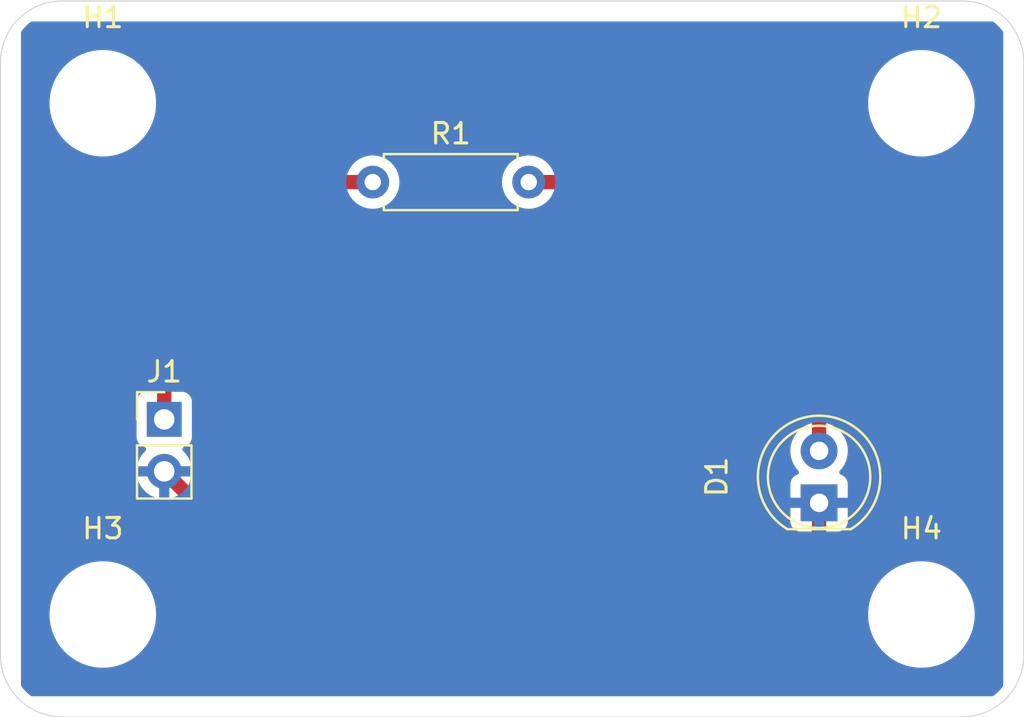
<source format=kicad_pcb>
(kicad_pcb (version 20240108) (generator "pcbnew") (generator_version "8.0")
  (layers (0 "F.Cu" signal) (31 "B.Cu" signal) (34 "B.Paste" user) (35 "F.Paste" user) (36 "B.SilkS" user "B.Silkscreen") (37 "F.SilkS" user "F.Silkscreen") (38 "B.Mask" user) (39 "F.Mask" user) (44 "Edge.Cuts" user))
  (net 0 "")
  (net 1 "Net-(D1-A)")
  (net 2 "GND")
  (net 3 "VCC")
  (footprint "MountingHole:MountingHole_3.2mm_M3" (layer "F.Cu") (at 205 116)
    (property "Reference" "H4" (at 0 -4.2 0) (layer "F.SilkS"))
    (property "Value" "MountingHole" (hide yes))
    (pad "" np_thru_hole circle (at 0 0) (size 3.2 3.2) (drill 3.2) (layers "*.Cu" "*.Mask"))
  )
  (footprint "LED_THT:LED_D5.0mm" (layer "F.Cu") (at 200 110.54 90)
    (property "Reference" "D1" (at 1.27 -5 90) (layer "F.SilkS"))
    (property "Value" "LED")
    (fp_line (start -1.29 -1.545) (end -1.29 1.545) (stroke (width 0.12)) (layer "F.SilkS"))
    (fp_arc (start -1.29 -1.54483) (mid 2.071756 -2.880501) (end 4.26 -0.000048) (stroke (width 0.12)) (layer "F.SilkS"))
    (fp_arc (start 4.26 0.000048) (mid 2.071756 2.880501) (end -1.29 1.54483) (stroke (width 0.12)) (layer "F.SilkS"))
    (fp_circle (center 1.27 0) (end 3.77 0) (stroke (width 0.12)) (fill none) (layer "F.SilkS"))
    (pad "1" thru_hole rect (at 0 0 90) (size 1.8 1.8) (drill 0.9) (layers "*.Cu" "*.Mask") (net 2 "GND"))
    (pad "2" thru_hole circle (at 2.54 0 90) (size 1.8 1.8) (drill 0.9) (layers "*.Cu" "*.Mask") (net 1 "Net-(D1-A)"))
  )
  (footprint "Resistor_THT:R_Axial_DIN0207_L6.3mm_D2.5mm_P7.62mm_Horizontal" (layer "F.Cu") (at 178.19 94.856573)
    (property "Reference" "R1" (at 3.81 -2.37 0) (layer "F.SilkS"))
    (property "Value" "150")
    (fp_line (start 0.54 -1.37) (end 7.08 -1.37) (stroke (width 0.12)) (layer "F.SilkS"))
    (fp_line (start 0.54 -1.04) (end 0.54 -1.37) (stroke (width 0.12)) (layer "F.SilkS"))
    (fp_line (start 0.54 1.04) (end 0.54 1.37) (stroke (width 0.12)) (layer "F.SilkS"))
    (fp_line (start 0.54 1.37) (end 7.08 1.37) (stroke (width 0.12)) (layer "F.SilkS"))
    (fp_line (start 7.08 -1.37) (end 7.08 -1.04) (stroke (width 0.12)) (layer "F.SilkS"))
    (fp_line (start 7.08 1.37) (end 7.08 1.04) (stroke (width 0.12)) (layer "F.SilkS"))
    (pad "1" thru_hole circle (at 0 0) (size 1.6 1.6) (drill 0.8) (layers "*.Cu" "*.Mask") (net 3 "VCC"))
    (pad "2" thru_hole oval (at 7.62 0) (size 1.6 1.6) (drill 0.8) (layers "*.Cu" "*.Mask") (net 1 "Net-(D1-A)"))
  )
  (footprint "MountingHole:MountingHole_3.2mm_M3" (layer "F.Cu") (at 205 91)
    (property "Reference" "H2" (at 0 -4.2 0) (layer "F.SilkS"))
    (property "Value" "MountingHole" (hide yes))
    (pad "" np_thru_hole circle (at 0 0) (size 3.2 3.2) (drill 3.2) (layers "*.Cu" "*.Mask"))
  )
  (footprint "MountingHole:MountingHole_3.2mm_M3" (layer "F.Cu") (at 165 91)
    (property "Reference" "H1" (at 0 -4.2 0) (layer "F.SilkS"))
    (property "Value" "MountingHole" (hide yes))
    (pad "" np_thru_hole circle (at 0 0) (size 3.2 3.2) (drill 3.2) (layers "*.Cu" "*.Mask"))
  )
  (footprint "MountingHole:MountingHole_3.2mm_M3" (layer "F.Cu") (at 165 116)
    (property "Reference" "H3" (at 0 -4.2 0) (layer "F.SilkS"))
    (property "Value" "MountingHole" (hide yes))
    (pad "" np_thru_hole circle (at 0 0) (size 3.2 3.2) (drill 3.2) (layers "*.Cu" "*.Mask"))
  )
  (footprint "Connector_PinHeader_2.54mm:PinHeader_1x02_P2.54mm_Vertical" (layer "F.Cu") (at 168 106.46)
    (property "Reference" "J1" (at 0 -2.33 0) (layer "F.SilkS"))
    (property "Value" "Conn_01x02_Pin")
    (fp_line (start -1.33 -1.33) (end 0 -1.33) (stroke (width 0.12)) (layer "F.SilkS"))
    (fp_line (start -1.33 0) (end -1.33 -1.33) (stroke (width 0.12)) (layer "F.SilkS"))
    (fp_line (start -1.33 1.27) (end -1.33 3.87) (stroke (width 0.12)) (layer "F.SilkS"))
    (fp_line (start -1.33 1.27) (end 1.33 1.27) (stroke (width 0.12)) (layer "F.SilkS"))
    (fp_line (start -1.33 3.87) (end 1.33 3.87) (stroke (width 0.12)) (layer "F.SilkS"))
    (fp_line (start 1.33 1.27) (end 1.33 3.87) (stroke (width 0.12)) (layer "F.SilkS"))
    (pad "1" thru_hole rect (at 0 0) (size 1.7 1.7) (drill 1) (layers "*.Cu" "*.Mask") (net 3 "VCC"))
    (pad "2" thru_hole oval (at 0 2.54) (size 1.7 1.7) (drill 1) (layers "*.Cu" "*.Mask") (net 2 "GND"))
  )
  (gr_line (start 207 121) (end 163 121) (stroke (width 0.05)) (layer "Edge.Cuts"))
  (gr_arc (start 207 86) (mid 209.12132 86.87868) (end 210 89) (stroke (width 0.05)) (layer "Edge.Cuts"))
  (gr_line (start 210 89) (end 210 118) (stroke (width 0.05)) (layer "Edge.Cuts"))
  (gr_arc (start 163 121) (mid 160.87868 120.12132) (end 160 118) (stroke (width 0.05)) (layer "Edge.Cuts"))
  (gr_line (start 160 118) (end 160 89) (stroke (width 0.05)) (layer "Edge.Cuts"))
  (gr_line (start 163 86) (end 207 86) (stroke (width 0.05)) (layer "Edge.Cuts"))
  (gr_arc (start 210 118) (mid 209.12132 120.12132) (end 207 121) (stroke (width 0.05)) (layer "Edge.Cuts"))
  (gr_arc (start 160 89) (mid 160.87868 86.87868) (end 163 86) (stroke (width 0.05)) (layer "Edge.Cuts"))
  (segment (start 185.81 94.856573) (end 194.613932 94.856573) (width 0.7) (layer "F.Cu") (net 1))
  (segment (start 200 100.242641) (end 200 108) (width 0.7) (layer "F.Cu") (net 1))
  (segment (start 196.735253 95.735253) (end 199.121321 98.121321) (width 0.7) (layer "F.Cu") (net 1))
  (arc (start 194.613932 94.856573) (mid 195.761983 95.084935) (end 196.735253 95.735253) (width 0.7) (layer "F.Cu") (net 1))
  (arc (start 200 100.242641) (mid 199.771639 99.094591) (end 199.121321 98.121321) (width 0.7) (layer "F.Cu") (net 1))
  (segment (start 200 110.54) (end 200 111.757359) (width 0.7) (layer "F.Cu") (net 2))
  (segment (start 172.12132 113.12132) (end 168 109) (width 0.7) (layer "F.Cu") (net 2))
  (segment (start 198.996824 114) (end 174.242641 114) (width 0.7) (layer "F.Cu") (net 2))
  (segment (start 199.238773 113.758051) (end 198.996824 114) (width 0.7) (layer "F.Cu") (net 2))
  (arc (start 172.12132 113.12132) (mid 173.09459 113.771639) (end 174.242641 114) (width 0.7) (layer "F.Cu") (net 2))
  (arc (start 200 111.757359) (mid 199.802759 112.827232) (end 199.238773 113.758051) (width 0.7) (layer "F.Cu") (net 2))
  (segment (start 178.19 94.856573) (end 176.386068 94.856573) (width 0.7) (layer "F.Cu") (net 3))
  (segment (start 168 103.242641) (end 168 106.46) (width 0.7) (layer "F.Cu") (net 3))
  (segment (start 174.264747 95.735253) (end 168.878679 101.121321) (width 0.7) (layer "F.Cu") (net 3))
  (arc (start 176.386068 94.856573) (mid 175.238017 95.084935) (end 174.264747 95.735253) (width 0.7) (layer "F.Cu") (net 3))
  (arc (start 168.878679 101.121321) (mid 168.228361 102.094591) (end 168 103.242641) (width 0.7) (layer "F.Cu") (net 3))
  (zone (net 2) (net_name "GND") (layer "B.Cu") (connect_pads (clearance 0.5)) (min_thickness 0.25) (fill yes (thermal_gap 0.5) (thermal_bridge_width 0.5))
    (polygon (pts (xy 161 87) (xy 209 87) (xy 209 120) (xy 161 120)))
  )
)
</source>
